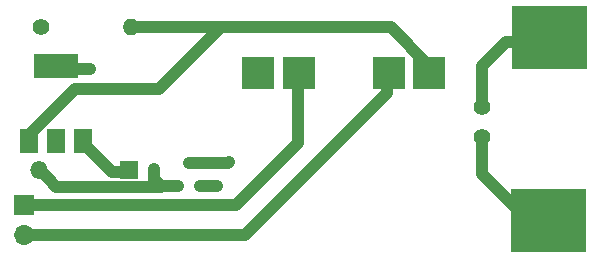
<source format=gtl>
G04 #@! TF.GenerationSoftware,KiCad,Pcbnew,(5.1.5)-3*
G04 #@! TF.CreationDate,2020-04-26T21:29:02+02:00*
G04 #@! TF.ProjectId,AGB_LIPO,4147425f-4c49-4504-9f2e-6b696361645f,rev?*
G04 #@! TF.SameCoordinates,Original*
G04 #@! TF.FileFunction,Copper,L1,Top*
G04 #@! TF.FilePolarity,Positive*
%FSLAX46Y46*%
G04 Gerber Fmt 4.6, Leading zero omitted, Abs format (unit mm)*
G04 Created by KiCad (PCBNEW (5.1.5)-3) date 2020-04-26 21:29:02*
%MOMM*%
%LPD*%
G04 APERTURE LIST*
%ADD10C,0.100000*%
%ADD11O,1.400000X1.400000*%
%ADD12C,1.400000*%
%ADD13R,2.800000X2.800000*%
%ADD14R,1.500000X2.000000*%
%ADD15R,3.800000X2.000000*%
%ADD16C,1.000000*%
%ADD17R,0.800000X0.900000*%
%ADD18O,1.500000X1.500000*%
%ADD19R,1.500000X1.500000*%
%ADD20O,1.700000X1.700000*%
%ADD21R,1.700000X1.700000*%
%ADD22C,0.800000*%
%ADD23C,1.000000*%
G04 APERTURE END LIST*
D10*
G36*
X125928500Y-41250000D02*
G01*
X119678500Y-41250000D01*
X119678500Y-36000000D01*
X125928500Y-36000000D01*
X125928500Y-41250000D01*
G37*
X125928500Y-41250000D02*
X119678500Y-41250000D01*
X119678500Y-36000000D01*
X125928500Y-36000000D01*
X125928500Y-41250000D01*
G36*
X125992000Y-25750000D02*
G01*
X119742000Y-25750000D01*
X119742000Y-20500000D01*
X125992000Y-20500000D01*
X125992000Y-25750000D01*
G37*
X125992000Y-25750000D02*
X119742000Y-25750000D01*
X119742000Y-20500000D01*
X125992000Y-20500000D01*
X125992000Y-25750000D01*
D11*
X87460000Y-22290000D03*
D12*
X79840000Y-22290000D03*
D13*
X98220000Y-26200000D03*
X112720000Y-26200000D03*
X101720000Y-26200000D03*
X109320000Y-26200000D03*
D14*
X78860000Y-31900000D03*
X83460000Y-31900000D03*
X81160000Y-31900000D03*
D15*
X81160000Y-25600000D03*
D16*
X89408000Y-34290000D03*
D17*
X92420000Y-33760000D03*
X93370000Y-35760000D03*
X91470000Y-35760000D03*
D18*
X79720000Y-34330000D03*
D19*
X87340000Y-34330000D03*
D12*
X117200000Y-29060000D03*
X117200000Y-31600000D03*
D20*
X78460500Y-39849500D03*
D21*
X78460500Y-37309500D03*
D22*
X121642000Y-21100000D03*
X125392000Y-25100000D03*
X124142000Y-25100000D03*
X121642000Y-22450000D03*
X125392000Y-23750000D03*
X124142000Y-21100000D03*
X124142000Y-22450000D03*
X125392000Y-21100000D03*
X121642000Y-25100000D03*
X120392000Y-21100000D03*
X125392000Y-22450000D03*
X122892000Y-25100000D03*
X120392000Y-25100000D03*
X120392000Y-22450000D03*
X124142000Y-23750000D03*
X122892000Y-21100000D03*
X122892000Y-22450000D03*
X121578500Y-36600000D03*
X120328500Y-39250000D03*
X125328500Y-40600000D03*
X124078500Y-40600000D03*
X121578500Y-37950000D03*
X125328500Y-39250000D03*
X124078500Y-36600000D03*
X124078500Y-37950000D03*
X125328500Y-36600000D03*
X121578500Y-40600000D03*
X120328500Y-36600000D03*
X125328500Y-37950000D03*
X122828500Y-40600000D03*
X120328500Y-40600000D03*
X124078500Y-39250000D03*
X122828500Y-39250000D03*
X122828500Y-36600000D03*
X121578500Y-39250000D03*
X122828500Y-37950000D03*
X94720000Y-35760000D03*
X120328500Y-37950000D03*
X95785133Y-33655133D03*
X122892000Y-23750000D03*
X120392000Y-23750000D03*
X121642000Y-23750000D03*
X84050000Y-25790000D03*
D23*
X97150500Y-39849500D02*
X78460500Y-39849500D01*
X109150000Y-25600000D02*
X109150000Y-27850000D01*
X109150000Y-27850000D02*
X97150500Y-39849500D01*
X101650000Y-27850000D02*
X101650000Y-25600000D01*
X78460500Y-37309500D02*
X96421500Y-37309500D01*
X101650000Y-32081000D02*
X101650000Y-27850000D01*
X96421500Y-37309500D02*
X101650000Y-32081000D01*
X80469999Y-35079999D02*
X79720000Y-34330000D01*
X81170001Y-35780001D02*
X80469999Y-35079999D01*
X90070000Y-35760000D02*
X90049999Y-35780001D01*
X91470000Y-35760000D02*
X90070000Y-35760000D01*
X90049999Y-35780001D02*
X81170001Y-35780001D01*
X89408000Y-35098000D02*
X90070000Y-35760000D01*
X89408000Y-34290000D02*
X89408000Y-35098000D01*
X85860000Y-34500000D02*
X83450000Y-32090000D01*
X87340000Y-34500000D02*
X85860000Y-34500000D01*
X93370000Y-35760000D02*
X94720000Y-35760000D01*
X94720000Y-35760000D02*
X94770000Y-35760000D01*
X94770000Y-35760000D02*
X94800000Y-35730000D01*
X117200000Y-31600000D02*
X117200000Y-34700000D01*
X117200000Y-34700000D02*
X120250000Y-37750000D01*
X109470002Y-22290000D02*
X95080000Y-22290000D01*
X112720000Y-26200000D02*
X112720000Y-25539998D01*
X112720000Y-25539998D02*
X109470002Y-22290000D01*
X82739997Y-27490001D02*
X89879999Y-27490001D01*
X78850000Y-31379998D02*
X82739997Y-27490001D01*
X78850000Y-32090000D02*
X78850000Y-31379998D01*
X88449949Y-22290000D02*
X95080000Y-22290000D01*
X87460000Y-22290000D02*
X88449949Y-22290000D01*
X89879999Y-27490001D02*
X95080000Y-22290000D01*
X92420000Y-33760000D02*
X95680266Y-33760000D01*
X95680266Y-33760000D02*
X95785133Y-33655133D01*
X117200000Y-29060000D02*
X117200000Y-25550000D01*
X117200000Y-25550000D02*
X119250000Y-23500000D01*
X119250000Y-23500000D02*
X122500000Y-23500000D01*
X81150000Y-25790000D02*
X84050000Y-25790000D01*
M02*

</source>
